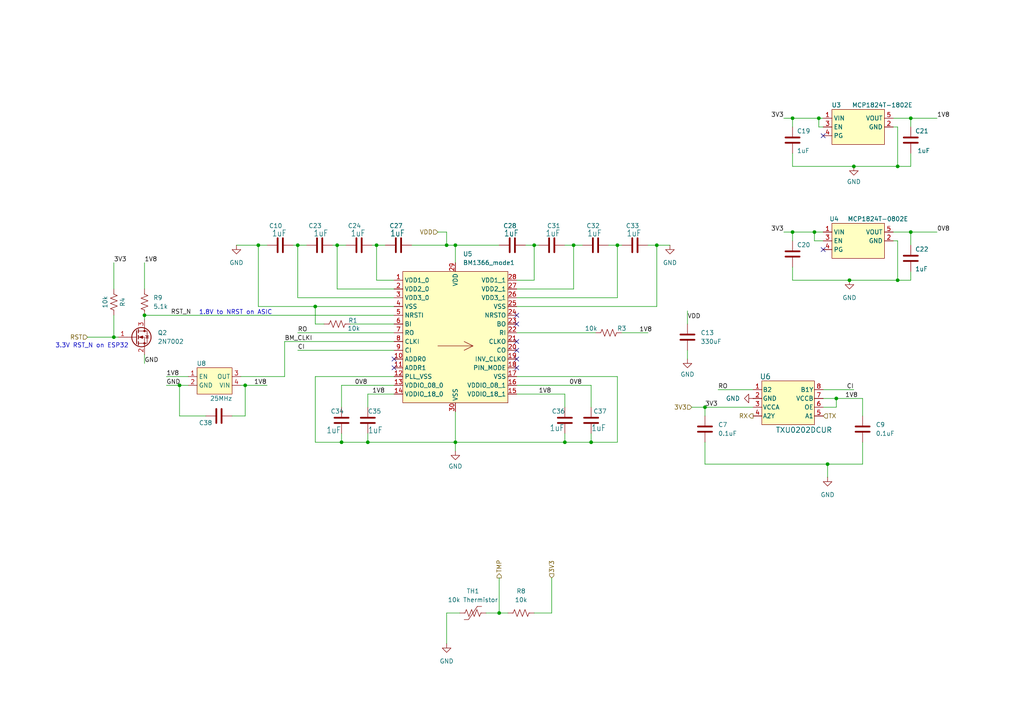
<source format=kicad_sch>
(kicad_sch (version 20231120) (generator "eeschema") (generator_version "8.0")
  (paper "A4")
  (title_block (title "NerdNOS") (date "2024-04-05") (rev "1"))
  (lib_symbols
    (symbol "Device:C" (pin_numbers hide) (pin_names (offset 0.254))
      (property "Reference" "C" (at 0.635 2.54 0))
      (property "Value" "C" (at 0.635 -2.54 0))
      (symbol "C_0_1"
        (polyline (pts (xy -2.032 -0.762) (xy 2.032 -0.762)) (stroke (width 0.508)))
        (polyline (pts (xy -2.032 0.762) (xy 2.032 0.762)) (stroke (width 0.508)))
      )
      (symbol "C_1_1"
        (pin passive line (at 0 3.81 270) (length 2.794) (name "~") (number "1"))
        (pin passive line (at 0 -3.81 90) (length 2.794) (name "~") (number "2"))
      )
    )
    (symbol "Device:R_US" (pin_numbers hide) (pin_names (offset 0))
      (property "Reference" "R" (at 2.54 0 90))
      (property "Value" "R_US" (at -2.54 0 90))
      (symbol "R_US_0_1"
        (polyline (pts (xy 0 -2.286) (xy 0 -2.54)))
        (polyline (pts (xy 0 2.286) (xy 0 2.54)))
        (polyline (pts (xy 0 -0.762) (xy 1.016 -1.143) (xy 0 -1.524) (xy -1.016 -1.905) (xy 0 -2.286)))
        (polyline (pts (xy 0 0.762) (xy 1.016 0.381) (xy 0 0) (xy -1.016 -0.381) (xy 0 -0.762)))
        (polyline (pts (xy 0 2.286) (xy 1.016 1.905) (xy 0 1.524) (xy -1.016 1.143) (xy 0 0.762)))
      )
      (symbol "R_US_1_1"
        (pin passive line (at 0 3.81 270) (length 1.27) (name "~") (number "1"))
        (pin passive line (at 0 -3.81 90) (length 1.27) (name "~") (number "2"))
      )
    )
    (symbol "Device:Thermistor_US" (pin_numbers hide) (pin_names (offset 0))
      (property "Reference" "TH" (at 2.54 1.27 90))
      (property "Value" "Thermistor_US" (at -2.54 0 90))
      (symbol "Thermistor_US_0_1"
        (polyline (pts (xy 0 -2.286) (xy 0 -2.54)))
        (polyline (pts (xy 0 2.286) (xy 0 2.54)))
        (polyline (pts (xy 1.905 -1.27) (xy 1.905 -2.54)))
        (polyline (pts (xy -1.905 2.54) (xy -1.905 1.27) (xy 1.905 -1.27)))
        (polyline (pts (xy 0 -0.762) (xy 1.016 -1.143) (xy 0 -1.524) (xy -1.016 -1.905) (xy 0 -2.286)))
        (polyline (pts (xy 0 0.762) (xy 1.016 0.381) (xy 0 0) (xy -1.016 -0.381) (xy 0 -0.762)))
        (polyline (pts (xy 0 2.286) (xy 1.016 1.905) (xy 0 1.524) (xy -1.016 1.143) (xy 0 0.762)))
      )
      (symbol "Thermistor_US_1_1"
        (pin passive line (at 0 3.81 270) (length 1.27) (name "~") (number "1"))
        (pin passive line (at 0 -3.81 90) (length 1.27) (name "~") (number "2"))
      )
    )
    (symbol "GND_1" (power) (pin_numbers hide) (pin_names (offset 0) hide)
      (property "Value" "GND" (at 0 -3.81 0))
      (symbol "GND_1_0_1"
        (polyline (pts (xy 0 0) (xy 0 -1.27) (xy 1.27 -1.27) (xy 0 -2.54) (xy -1.27 -1.27) (xy 0 -1.27)))
      )
      (symbol "GND_1_1_1"
        (pin power_in line (at 0 0 270) (length 0) (name "~") (number "1"))
      )
    )
    (symbol "GND_2" (power) (pin_numbers hide) (pin_names (offset 0) hide)
      (property "Value" "GND" (at 0 -3.81 0))
      (symbol "GND_2_0_1"
        (polyline (pts (xy 0 0) (xy 0 -1.27) (xy 1.27 -1.27) (xy 0 -2.54) (xy -1.27 -1.27) (xy 0 -1.27)))
      )
      (symbol "GND_2_1_1"
        (pin power_in line (at 0 0 270) (length 0) (name "~") (number "1"))
      )
    )
    (symbol "GND_4" (power) (pin_numbers hide) (pin_names (offset 0) hide)
      (property "Value" "GND" (at 0 -3.81 0))
      (symbol "GND_4_0_1"
        (polyline (pts (xy 0 0) (xy 0 -1.27) (xy 1.27 -1.27) (xy 0 -2.54) (xy -1.27 -1.27) (xy 0 -1.27)))
      )
      (symbol "GND_4_1_1"
        (pin power_in line (at 0 0 270) (length 0) (name "~") (number "1"))
      )
    )
    (symbol "GND_5" (power) (pin_numbers hide) (pin_names (offset 0) hide)
      (property "Value" "GND" (at 0 -3.81 0))
      (symbol "GND_5_0_1"
        (polyline (pts (xy 0 0) (xy 0 -1.27) (xy 1.27 -1.27) (xy 0 -2.54) (xy -1.27 -1.27) (xy 0 -1.27)))
      )
      (symbol "GND_5_1_1"
        (pin power_in line (at 0 0 270) (length 0) (name "~") (number "1"))
      )
    )
    (symbol "GND_6" (power) (pin_numbers hide) (pin_names (offset 0) hide)
      (property "Value" "GND" (at 0 -3.81 0))
      (symbol "GND_6_0_1"
        (polyline (pts (xy 0 0) (xy 0 -1.27) (xy 1.27 -1.27) (xy 0 -2.54) (xy -1.27 -1.27) (xy 0 -1.27)))
      )
      (symbol "GND_6_1_1"
        (pin power_in line (at 0 0 270) (length 0) (name "~") (number "1"))
      )
    )
    (symbol "GND_7" (power) (pin_numbers hide) (pin_names (offset 0) hide)
      (property "Value" "GND" (at 0 -3.81 0))
      (symbol "GND_7_0_1"
        (polyline (pts (xy 0 0) (xy 0 -1.27) (xy 1.27 -1.27) (xy 0 -2.54) (xy -1.27 -1.27) (xy 0 -1.27)))
      )
      (symbol "GND_7_1_1"
        (pin power_in line (at 0 0 270) (length 0) (name "~") (number "1"))
      )
    )
    (symbol "Transistor_FET:2N7002" (pin_names hide)
      (property "Reference" "Q" (at 5.08 1.905 0))
      (property "Value" "2N7002" (at 5.08 0 0))
      (symbol "2N7002_0_1"
        (polyline (pts (xy 0.254 0) (xy -2.54 0)))
        (polyline (pts (xy 0.254 1.905) (xy 0.254 -1.905)) (stroke (width 0.254)))
        (polyline (pts (xy 0.762 -1.27) (xy 0.762 -2.286)) (stroke (width 0.254)))
        (polyline (pts (xy 0.762 0.508) (xy 0.762 -0.508)) (stroke (width 0.254)))
        (polyline (pts (xy 0.762 2.286) (xy 0.762 1.27)) (stroke (width 0.254)))
        (polyline (pts (xy 2.54 2.54) (xy 2.54 1.778)))
        (polyline (pts (xy 2.54 -2.54) (xy 2.54 0) (xy 0.762 0)))
        (polyline (pts (xy 0.762 -1.778) (xy 3.302 -1.778) (xy 3.302 1.778) (xy 0.762 1.778)))
        (polyline (pts (xy 1.016 0) (xy 2.032 0.381) (xy 2.032 -0.381) (xy 1.016 0)) (fill (type outline)))
        (polyline (pts (xy 2.794 0.508) (xy 2.921 0.381) (xy 3.683 0.381) (xy 3.81 0.254)))
        (polyline (pts (xy 3.302 0.381) (xy 2.921 -0.254) (xy 3.683 -0.254) (xy 3.302 0.381)))
        (circle (center 1.651 0) (radius 2.794) (stroke (width 0.254)))
        (circle (center 2.54 -1.778) (radius 0.254) (fill (type outline)))
        (circle (center 2.54 1.778) (radius 0.254) (fill (type outline)))
      )
      (symbol "2N7002_1_1"
        (pin input line (at -5.08 0 0) (length 2.54) (name "G") (number "1"))
        (pin passive line (at 2.54 -5.08 90) (length 2.54) (name "S") (number "2"))
        (pin passive line (at 2.54 5.08 270) (length 2.54) (name "D") (number "3"))
      )
    )
    (symbol "bitaxe:BM1366_mode1"
      (property "Reference" "U14" (at 1.9559 24.13 0))
      (property "Value" "BM1366_mode1" (at 1.9559 21.59 0))
      (symbol "BM1366_mode1_0_1"
        (rectangle (start -15.24 20.32) (end 15.24 -17.78) (fill (type background)))
        (polyline (pts (xy 5.08 -1.27) (xy -5.08 -1.27)))
        (polyline (pts (xy 5.08 -1.27) (xy 2.54 -2.54)))
        (polyline (pts (xy 5.08 -1.27) (xy 2.54 0)))
      )
      (symbol "BM1366_mode1_1_1"
        (pin power_in line (at -17.78 17.78 0) (length 2.54) (name "VDD1_0") (number "1"))
        (pin input line (at -17.78 -5.08 0) (length 2.54) (name "ADDR0") (number "10"))
        (pin input line (at -17.78 -7.62 0) (length 2.54) (name "ADDR1") (number "11"))
        (pin power_in line (at -17.78 -10.16 0) (length 2.54) (name "PLL_VSS") (number "12"))
        (pin power_in line (at -17.78 -12.7 0) (length 2.54) (name "VDDIO_08_0") (number "13"))
        (pin power_in line (at -17.78 -15.24 0) (length 2.54) (name "VDDIO_18_0") (number "14"))
        (pin power_in line (at 17.78 -15.24 180) (length 2.54) (name "VDDIO_18_1") (number "15"))
        (pin power_in line (at 17.78 -12.7 180) (length 2.54) (name "VDDIO_08_1") (number "16"))
        (pin power_in line (at 17.78 -10.16 180) (length 2.54) (name "VSS") (number "17"))
        (pin input line (at 17.78 -7.62 180) (length 2.54) (name "PIN_MODE") (number "18"))
        (pin output line (at 17.78 -5.08 180) (length 2.54) (name "INV_CLKO") (number "19"))
        (pin power_in line (at -17.78 15.24 0) (length 2.54) (name "VDD2_0") (number "2"))
        (pin output line (at 17.78 -2.54 180) (length 2.54) (name "CO") (number "20"))
        (pin output line (at 17.78 0 180) (length 2.54) (name "CLKO") (number "21"))
        (pin input line (at 17.78 2.54 180) (length 2.54) (name "RI") (number "22"))
        (pin output line (at 17.78 5.08 180) (length 2.54) (name "BO") (number "23"))
        (pin output line (at 17.78 7.62 180) (length 2.54) (name "NRSTO") (number "24"))
        (pin power_in line (at 17.78 10.16 180) (length 2.54) (name "VSS") (number "25"))
        (pin power_in line (at 17.78 12.7 180) (length 2.54) (name "VDD3_1") (number "26"))
        (pin power_in line (at 17.78 15.24 180) (length 2.54) (name "VDD2_1") (number "27"))
        (pin power_in line (at 17.78 17.78 180) (length 2.54) (name "VDD1_1") (number "28"))
        (pin power_in line (at 0 22.86 270) (length 2.54) (name "VDD") (number "29"))
        (pin power_in line (at -17.78 12.7 0) (length 2.54) (name "VDD3_0") (number "3"))
        (pin power_in line (at 0 -20.32 90) (length 2.54) (name "VSS") (number "30"))
        (pin power_in line (at -17.78 10.16 0) (length 2.54) (name "VSS") (number "4"))
        (pin input line (at -17.78 7.62 0) (length 2.54) (name "NRSTI") (number "5"))
        (pin input line (at -17.78 5.08 0) (length 2.54) (name "BI") (number "6"))
        (pin output line (at -17.78 2.54 0) (length 2.54) (name "RO") (number "7"))
        (pin input line (at -17.78 0 0) (length 2.54) (name "CLKI") (number "8"))
        (pin input line (at -17.78 -2.54 0) (length 2.54) (name "CI") (number "9"))
      )
    )
    (symbol "bitaxe:MCP1824"
      (property "Reference" "U" (at -7.62 5.08 0))
      (property "Value" "MCP1824" (at 5.08 5.08 0))
      (symbol "MCP1824_0_1"
        (rectangle (start -7.62 3.81) (end 7.62 -6.35) (stroke (width 0.1524)) (fill (type background)))
      )
      (symbol "MCP1824_1_0"
        (pin bidirectional line (at -10.16 1.27 0) (length 2.54) (name "VIN") (number "1"))
        (pin bidirectional line (at 10.16 -1.27 180) (length 2.54) (name "GND") (number "2"))
        (pin bidirectional line (at -10.16 -1.27 0) (length 2.54) (name "EN") (number "3"))
        (pin bidirectional line (at -10.16 -3.81 0) (length 2.54) (name "PG") (number "4"))
        (pin power_out line (at 10.16 1.27 180) (length 2.54) (name "VOUT") (number "5"))
      )
    )
    (symbol "bitaxe:TXU0202DCUR" (pin_names (offset 0.254))
      (property "Reference" "U6" (at -6.604 7.62 0))
      (property "Value" "TXU0202DCUR" (at 7.62 -8.128 0))
      (symbol "TXU0202DCUR_0_1"
        (pin power_out line (at -10.16 1.27 0) (length 2.54) (name "GND") (number "2"))
        (pin power_in line (at -10.16 -1.27 0) (length 2.54) (name "VCCA") (number "3"))
        (pin output line (at -10.16 -3.81 0) (length 2.54) (name "A2Y") (number "4"))
        (pin input line (at 10.16 -3.81 180) (length 2.54) (name "A1") (number "5"))
        (pin input line (at 10.16 -1.27 180) (length 2.54) (name "OE") (number "6"))
        (pin power_in line (at 10.16 1.27 180) (length 2.54) (name "VCCB") (number "7"))
        (pin output line (at 10.16 3.81 180) (length 2.54) (name "B1Y") (number "8"))
      )
      (symbol "TXU0202DCUR_1_1"
        (rectangle (start -7.62 6.35) (end 7.62 -6.35) (fill (type background)))
        (pin input line (at -10.16 3.81 0) (length 2.54) (name "B2") (number "1"))
      )
    )
    (symbol "bitaxe:oscillator"
      (property "Reference" "U" (at -3.81 5.08 0))
      (property "Value" "oscillator" (at 0 -5.08 0))
      (symbol "oscillator_0_1"
        (rectangle (start -5.08 3.81) (end 5.08 -3.81) (stroke (width 0.1524)) (fill (type background)))
      )
      (symbol "oscillator_1_0"
        (pin input line (at -7.62 1.27 0) (length 2.54) (name "EN") (number "1"))
        (pin bidirectional line (at -7.62 -1.27 0) (length 2.54) (name "GND") (number "2"))
        (pin bidirectional line (at 7.62 1.27 180) (length 2.54) (name "OUT") (number "3"))
        (pin power_in line (at 7.62 -1.27 180) (length 2.54) (name "VIN") (number "4"))
      )
    )
    (symbol "power:GND" (power) (pin_names (offset 0))
      (property "Value" "GND" (at 0 -3.81 0))
      (symbol "GND_0_1"
        (polyline (pts (xy 0 0) (xy 0 -1.27) (xy 1.27 -1.27) (xy 0 -2.54) (xy -1.27 -1.27) (xy 0 -1.27)))
      )
      (symbol "GND_1_1"
        (pin power_in line (at 0 0 270) (length 0) hide (name "GND") (number "1"))
      )
    )
  )
  (junction (at 71.12 111.76))
  (junction (at 106.68 128.27))
  (junction (at 154.94 71.12))
  (junction (at 240.03 134.62))
  (junction (at 163.83 128.27))
  (junction (at 260.35 48.26) (diameter 0.9144))
  (junction (at 86.36 71.12))
  (junction (at 229.87 67.31) (diameter 0.9144))
  (junction (at 242.57 115.57))
  (junction (at 237.49 34.29))
  (junction (at 229.87 34.29) (diameter 0.9144))
  (junction (at 166.37 71.12))
  (junction (at 132.08 128.27))
  (junction (at 41.91 91.44))
  (junction (at 99.06 128.27))
  (junction (at 204.47 118.11))
  (junction (at 52.07 111.76))
  (junction (at 74.93 71.12))
  (junction (at 179.07 71.12))
  (junction (at 236.22 67.31))
  (junction (at 247.65 48.26))
  (junction (at 264.16 67.31) (diameter 0.9144))
  (junction (at 33.02 97.79))
  (junction (at 144.78 177.8))
  (junction (at 91.44 88.9))
  (junction (at 129.54 71.12))
  (junction (at 132.08 71.12))
  (junction (at 171.45 128.27))
  (junction (at 264.16 34.29) (diameter 0.9144))
  (junction (at 190.5 71.12))
  (junction (at 246.38 81.28))
  (junction (at 97.79 71.12))
  (junction (at 109.22 71.12))
  (junction (at 260.35 81.28) (diameter 0.9144))
  (no_connect (at 149.86 91.44))
  (no_connect (at 149.86 101.6))
  (no_connect (at 114.3 106.68))
  (no_connect (at 114.3 104.14))
  (no_connect (at 238.76 39.37))
  (no_connect (at 149.86 93.98))
  (no_connect (at 149.86 106.68))
  (no_connect (at 149.86 99.06))
  (no_connect (at 149.86 104.14))
  (no_connect (at 238.76 72.39))
  (wire (pts (xy 86.36 96.52) (xy 114.3 96.52)))
  (wire (pts (xy 171.45 111.76) (xy 171.45 118.11)))
  (wire (pts (xy 109.22 71.12) (xy 111.76 71.12)))
  (wire (pts (xy 85.09 71.12) (xy 86.36 71.12)))
  (wire (pts (xy 240.03 134.62) (xy 250.19 134.62)))
  (wire (pts (xy 176.53 71.12) (xy 179.07 71.12)))
  (wire (pts (xy 149.86 81.28) (xy 154.94 81.28)))
  (wire (pts (xy 67.31 120.65) (xy 71.12 120.65)))
  (wire (pts (xy 199.39 101.6) (xy 199.39 104.14)))
  (wire (pts (xy 140.97 177.8) (xy 144.78 177.8)))
  (wire (pts (xy 25.4 97.79) (xy 33.02 97.79)))
  (wire (pts (xy 52.07 111.76) (xy 54.61 111.76)))
  (wire (pts (xy 99.06 111.76) (xy 99.06 118.11)))
  (wire (pts (xy 236.22 69.85) (xy 238.76 69.85)))
  (wire (pts (xy 86.36 101.6) (xy 114.3 101.6)))
  (wire (pts (xy 260.35 81.28) (xy 246.38 81.28)))
  (wire (pts (xy 166.37 71.12) (xy 168.91 71.12)))
  (wire (pts (xy 97.79 71.12) (xy 100.33 71.12)))
  (wire (pts (xy 238.76 118.11) (xy 242.57 118.11)))
  (wire (pts (xy 149.86 96.52) (xy 172.72 96.52)))
  (wire (pts (xy 114.3 114.3) (xy 106.68 114.3)))
  (wire (pts (xy 264.16 34.29) (xy 271.78 34.29)))
  (wire (pts (xy 260.35 69.85) (xy 259.08 69.85)))
  (wire (pts (xy 229.87 48.26) (xy 247.65 48.26)))
  (wire (pts (xy 179.07 128.27) (xy 171.45 128.27)))
  (wire (pts (xy 264.16 44.45) (xy 264.16 48.26)))
  (wire (pts (xy 41.91 102.87) (xy 41.91 105.41)))
  (wire (pts (xy 236.22 69.85) (xy 236.22 67.31)))
  (wire (pts (xy 74.93 88.9) (xy 91.44 88.9)))
  (wire (pts (xy 227.33 67.31) (xy 229.87 67.31)))
  (wire (pts (xy 238.76 115.57) (xy 242.57 115.57)))
  (wire (pts (xy 229.87 44.45) (xy 229.87 48.26)))
  (wire (pts (xy 96.52 71.12) (xy 97.79 71.12)))
  (wire (pts (xy 91.44 93.98) (xy 91.44 88.9)))
  (wire (pts (xy 238.76 113.03) (xy 247.65 113.03)))
  (wire (pts (xy 132.08 128.27) (xy 163.83 128.27)))
  (wire (pts (xy 91.44 128.27) (xy 99.06 128.27)))
  (wire (pts (xy 41.91 91.44) (xy 114.3 91.44)))
  (wire (pts (xy 229.87 34.29) (xy 229.87 36.83)))
  (wire (pts (xy 236.22 67.31) (xy 238.76 67.31)))
  (wire (pts (xy 129.54 177.8) (xy 129.54 186.69)))
  (wire (pts (xy 250.19 134.62) (xy 250.19 128.27)))
  (wire (pts (xy 48.26 109.22) (xy 54.61 109.22)))
  (wire (pts (xy 237.49 36.83) (xy 237.49 34.29)))
  (wire (pts (xy 242.57 115.57) (xy 250.19 115.57)))
  (wire (pts (xy 48.26 111.76) (xy 52.07 111.76)))
  (wire (pts (xy 229.87 34.29) (xy 237.49 34.29)))
  (wire (pts (xy 163.83 128.27) (xy 163.83 125.73)))
  (wire (pts (xy 149.86 83.82) (xy 166.37 83.82)))
  (wire (pts (xy 149.86 109.22) (xy 179.07 109.22)))
  (wire (pts (xy 149.86 88.9) (xy 190.5 88.9)))
  (wire (pts (xy 114.3 81.28) (xy 109.22 81.28)))
  (wire (pts (xy 204.47 134.62) (xy 204.47 128.27)))
  (wire (pts (xy 74.93 88.9) (xy 74.93 71.12)))
  (wire (pts (xy 179.07 71.12) (xy 180.34 71.12)))
  (wire (pts (xy 129.54 71.12) (xy 132.08 71.12)))
  (wire (pts (xy 144.78 167.64) (xy 144.78 177.8)))
  (wire (pts (xy 259.08 67.31) (xy 264.16 67.31)))
  (wire (pts (xy 229.87 67.31) (xy 229.87 69.85)))
  (wire (pts (xy 33.02 97.79) (xy 34.29 97.79)))
  (wire (pts (xy 163.83 71.12) (xy 166.37 71.12)))
  (wire (pts (xy 208.28 113.03) (xy 218.44 113.03)))
  (wire (pts (xy 132.08 71.12) (xy 132.08 76.2)))
  (wire (pts (xy 41.91 76.2) (xy 41.91 83.82)))
  (wire (pts (xy 69.85 109.22) (xy 82.55 109.22)))
  (wire (pts (xy 259.08 34.29) (xy 264.16 34.29)))
  (wire (pts (xy 204.47 118.11) (xy 218.44 118.11)))
  (wire (pts (xy 179.07 86.36) (xy 179.07 71.12)))
  (wire (pts (xy 33.02 91.44) (xy 33.02 97.79)))
  (wire (pts (xy 99.06 128.27) (xy 99.06 125.73)))
  (wire (pts (xy 119.38 71.12) (xy 129.54 71.12)))
  (wire (pts (xy 149.86 111.76) (xy 171.45 111.76)))
  (wire (pts (xy 190.5 71.12) (xy 194.31 71.12)))
  (wire (pts (xy 154.94 71.12) (xy 156.21 71.12)))
  (wire (pts (xy 86.36 86.36) (xy 86.36 71.12)))
  (wire (pts (xy 149.86 114.3) (xy 163.83 114.3)))
  (wire (pts (xy 190.5 88.9) (xy 190.5 71.12)))
  (wire (pts (xy 86.36 71.12) (xy 88.9 71.12)))
  (wire (pts (xy 242.57 118.11) (xy 242.57 115.57)))
  (wire (pts (xy 200.66 118.11) (xy 204.47 118.11)))
  (wire (pts (xy 199.39 93.98) (xy 199.39 90.17)))
  (wire (pts (xy 187.96 71.12) (xy 190.5 71.12)))
  (wire (pts (xy 250.19 115.57) (xy 250.19 120.65)))
  (wire (pts (xy 33.02 76.2) (xy 33.02 83.82)))
  (wire (pts (xy 59.69 120.65) (xy 52.07 120.65)))
  (wire (pts (xy 166.37 83.82) (xy 166.37 71.12)))
  (wire (pts (xy 114.3 83.82) (xy 97.79 83.82)))
  (wire (pts (xy 41.91 91.44) (xy 41.91 92.71)))
  (wire (pts (xy 93.98 93.98) (xy 91.44 93.98)))
  (wire (pts (xy 264.16 48.26) (xy 260.35 48.26)))
  (wire (pts (xy 237.49 34.29) (xy 238.76 34.29)))
  (wire (pts (xy 127 67.31) (xy 129.54 67.31)))
  (wire (pts (xy 264.16 67.31) (xy 264.16 71.12)))
  (wire (pts (xy 204.47 134.62) (xy 240.03 134.62)))
  (wire (pts (xy 171.45 128.27) (xy 171.45 125.73)))
  (wire (pts (xy 82.55 99.06) (xy 82.55 109.22)))
  (wire (pts (xy 260.35 36.83) (xy 260.35 48.26)))
  (wire (pts (xy 152.4 71.12) (xy 154.94 71.12)))
  (wire (pts (xy 229.87 67.31) (xy 236.22 67.31)))
  (wire (pts (xy 91.44 88.9) (xy 114.3 88.9)))
  (wire (pts (xy 154.94 81.28) (xy 154.94 71.12)))
  (wire (pts (xy 132.08 119.38) (xy 132.08 128.27)))
  (wire (pts (xy 260.35 36.83) (xy 259.08 36.83)))
  (wire (pts (xy 264.16 34.29) (xy 264.16 36.83)))
  (wire (pts (xy 114.3 111.76) (xy 99.06 111.76)))
  (wire (pts (xy 204.47 118.11) (xy 204.47 120.65)))
  (wire (pts (xy 149.86 86.36) (xy 179.07 86.36)))
  (wire (pts (xy 260.35 69.85) (xy 260.35 81.28)))
  (wire (pts (xy 227.33 34.29) (xy 229.87 34.29)))
  (wire (pts (xy 101.6 93.98) (xy 114.3 93.98)))
  (wire (pts (xy 68.58 71.12) (xy 74.93 71.12)))
  (wire (pts (xy 247.65 48.26) (xy 260.35 48.26)))
  (wire (pts (xy 163.83 114.3) (xy 163.83 118.11)))
  (wire (pts (xy 264.16 81.28) (xy 260.35 81.28)))
  (wire (pts (xy 163.83 128.27) (xy 171.45 128.27)))
  (wire (pts (xy 132.08 128.27) (xy 106.68 128.27)))
  (wire (pts (xy 229.87 77.47) (xy 229.87 81.28)))
  (wire (pts (xy 71.12 120.65) (xy 71.12 111.76)))
  (wire (pts (xy 132.08 71.12) (xy 144.78 71.12)))
  (wire (pts (xy 109.22 81.28) (xy 109.22 71.12)))
  (wire (pts (xy 264.16 78.74) (xy 264.16 81.28)))
  (wire (pts (xy 97.79 83.82) (xy 97.79 71.12)))
  (wire (pts (xy 264.16 67.31) (xy 271.78 67.31)))
  (wire (pts (xy 179.07 109.22) (xy 179.07 128.27)))
  (wire (pts (xy 237.49 36.83) (xy 238.76 36.83)))
  (wire (pts (xy 240.03 134.62) (xy 240.03 138.43)))
  (wire (pts (xy 154.94 177.8) (xy 160.02 177.8)))
  (wire (pts (xy 246.38 81.28) (xy 229.87 81.28)))
  (wire (pts (xy 106.68 128.27) (xy 99.06 128.27)))
  (wire (pts (xy 91.44 109.22) (xy 91.44 128.27)))
  (wire (pts (xy 74.93 71.12) (xy 77.47 71.12)))
  (wire (pts (xy 107.95 71.12) (xy 109.22 71.12)))
  (wire (pts (xy 106.68 114.3) (xy 106.68 118.11)))
  (wire (pts (xy 69.85 111.76) (xy 71.12 111.76)))
  (wire (pts (xy 114.3 109.22) (xy 91.44 109.22)))
  (wire (pts (xy 82.55 99.06) (xy 114.3 99.06)))
  (wire (pts (xy 133.35 177.8) (xy 129.54 177.8)))
  (wire (pts (xy 144.78 177.8) (xy 147.32 177.8)))
  (wire (pts (xy 114.3 86.36) (xy 86.36 86.36)))
  (wire (pts (xy 52.07 120.65) (xy 52.07 111.76)))
  (wire (pts (xy 106.68 128.27) (xy 106.68 125.73)))
  (wire (pts (xy 71.12 111.76) (xy 77.47 111.76)))
  (wire (pts (xy 132.08 128.27) (xy 132.08 130.81)))
  (wire (pts (xy 160.02 177.8) (xy 160.02 167.64)))
  (wire (pts (xy 129.54 67.31) (xy 129.54 71.12)))
  (wire (pts (xy 180.34 96.52) (xy 187.96 96.52)))
  (text "1.8V to NRST on ASIC" (at 68.326 90.678 0) (effects (font (size 1.27 1.27))))
  (text "3.3V RST_N on ESP32" (at 26.67 100.33 0) (effects (font (size 1.27 1.27))))
  (label "1V8" (at 41.91 76.2 0))
  (label "GND" (at 48.26 111.76 0))
  (label "3V3" (at 33.02 76.2 0))
  (label "RST_N" (at 49.53 91.44 0))
  (label "3V3" (at 204.47 118.11 0))
  (label "CI" (at 86.36 101.6 0))
  (label "CI" (at 247.65 113.03 180))
  (label "0V8" (at 102.87 111.76 0))
  (label "0V8" (at 271.78 67.31 0))
  (label "BM_CLKI" (at 82.55 99.06 0))
  (label "3V3" (at 227.33 67.31 180))
  (label "1V8" (at 73.66 111.76 0))
  (label "1V8" (at 245.11 115.57 0))
  (label "1V8" (at 107.95 114.3 0))
  (label "3V3" (at 227.33 34.29 180))
  (label "RO" (at 86.36 96.52 0))
  (label "1V8" (at 156.21 114.3 0))
  (label "GND" (at 41.91 105.41 0))
  (label "1V8" (at 48.26 109.22 0))
  (label "1V8" (at 185.42 96.52 0))
  (label "RO" (at 208.28 113.03 0))
  (label "0V8" (at 165.1 111.76 0))
  (label "1V8" (at 271.78 34.29 0))
  (label "VDD" (at 199.39 92.71 0))
  (hierarchical_label "TX" (shape input) (at 238.76 120.65 0))
  (hierarchical_label "3V3" (shape input) (at 200.66 118.11 180))
  (hierarchical_label "TMP" (shape output) (at 144.78 167.64 90))
  (hierarchical_label "3V3" (shape input) (at 160.02 167.64 90))
  (hierarchical_label "RX" (shape output) (at 218.44 120.65 180))
  (hierarchical_label "RST" (shape input) (at 25.4 97.79 180))
  (hierarchical_label "VDD" (shape input) (at 127 67.31 180))
  (symbol (lib_id "Device:C") (at 104.14 71.12 90) (unit 1)
    (property "Reference" "C24" (at 104.775 64.77 90) (effects (justify left bottom)))
    (property "Value" "1uF" (at 106.045 66.675 90) (effects (font (size 1.778 1.5113)) (justify left bottom)))
    (property "Footprint" "Capacitor_SMD:C_0402_1005Metric" (effects (hide yes)))
    (property "DK" "587-5514-1-ND" (effects (hide yes)))
    (property "PARTNO" "EMK105BJ105MV-F" (effects (hide yes)))
  )
  (symbol (lib_id "bitaxe:oscillator") (at 62.23 110.49 0) (unit 1)
    (property "Reference" "U8" (at 58.42 105.41 0))
    (property "Value" "25MHz" (at 64.135 115.57 0))
    (property "Footprint" "bitaxe:O 25,0-JO32-B-1V3-1-T1-LF" (effects (hide yes)))
    (property "Datasheet" "https://www.jauch.com/downloadfile/5ef1edcfb8e2f73163c8ce8009ef659d1/jo32-1.8-3.3v.pdf" (effects (hide yes)))
    (property "DK" "1908-O250-JO32-B-1V3-1-T1-LFCT-ND" (effects (hide yes)))
    (property "PARTNO" "O 25,0-JO32-B-1V3-1-T1-LF" (effects (hide yes)))
  )
  (symbol (lib_id "Device:R_US") (at 97.79 93.98 90) (unit 1)
    (property "Reference" "R1" (at 102.362 92.964 90))
    (property "Value" "10k" (at 102.616 95.25 90))
    (property "Footprint" "PCM_Resistor_SMD_AKL:R_0402_1005Metric" (effects (hide yes)))
    (property "Description" "Resistor, US symbol" (effects (hide yes)))
  )
  (symbol (lib_id "Device:Thermistor_US") (at 137.16 177.8 90) (unit 1)
    (property "Reference" "TH1" (at 137.16 171.45 90))
    (property "Value" "10k Thermistor" (at 137.16 173.99 90))
    (property "Footprint" "Resistor_SMD:R_0402_1005Metric" (effects (hide yes)))
    (property "Description" "Thermistor, temperature dependent resistor, US symbol" (effects (hide yes)))
    (property "PARTNO" "NTCG103JF103FT1" (effects (hide yes)))
    (property "DK" "445-2550-2-ND" (effects (hide yes)))
  )
  (symbol (lib_id "power:GND") (at 247.65 48.26 0) (mirror y) (unit 1)
    (property "Reference" "#PWR012" (effects (hide yes)))
    (property "Value" "GND" (at 247.65 52.705 0))
  )
  (symbol (lib_id "Device:R_US") (at 41.91 87.63 180) (unit 1)
    (property "Reference" "R9" (at 44.45 86.3599 0) (effects (justify right)))
    (property "Value" "5.1k" (at 44.45 88.8999 0) (effects (justify right)))
    (property "Footprint" "Resistor_SMD:R_0402_1005Metric" (effects (hide yes)))
    (property "Description" "Resistor, US symbol" (effects (hide yes)))
    (property "DK" "RMCF0402JT5K10CT-ND" (effects (hide yes)))
    (property "PARTNO" "ERJ-2RKF2491X" (effects (hide yes)))
  )
  (symbol (lib_id "Device:R_US") (at 176.53 96.52 90) (unit 1)
    (property "Reference" "R3" (at 180.34 95.25 90))
    (property "Value" "10k" (at 171.45 95.25 90))
    (property "Footprint" "Resistor_SMD:R_0402_1005Metric" (effects (hide yes)))
    (property "DK" "311-10KJRCT-ND" (effects (hide yes)))
    (property "PARTNO" "RC0402JR-0710KL" (effects (hide yes)))
  )
  (symbol (lib_id "bitaxe:BM1366_mode1") (at 132.08 99.06 0) (unit 1)
    (property "Reference" "U5" (at 134.2741 73.66 0) (effects (justify left)))
    (property "Value" "BM1366_mode1" (at 134.2741 76.2 0) (effects (justify left)))
    (property "Footprint" "bitaxe:BM1366" (effects (hide yes)))
  )
  (symbol (lib_id "Device:C") (at 264.16 74.93 0) (unit 1)
    (property "Reference" "C22" (at 265.43 73.025 0) (effects (justify left bottom)))
    (property "Value" "1uF" (at 265.43 78.74 0) (effects (justify left bottom)))
    (property "Footprint" "Capacitor_SMD:C_0402_1005Metric" (effects (hide yes)))
    (property "DK" "587-5514-1-ND" (effects (hide yes)))
    (property "PARTNO" "EMK105BJ105MV-F" (effects (hide yes)))
  )
  (symbol (lib_id "Device:C") (at 172.72 71.12 90) (unit 1)
    (property "Reference" "C32" (at 173.99 64.77 90) (effects (justify left bottom)))
    (property "Value" "1uF" (at 174.625 66.675 90) (effects (font (size 1.778 1.5113)) (justify left bottom)))
    (property "Footprint" "Capacitor_SMD:C_0402_1005Metric" (effects (hide yes)))
    (property "DK" "587-5514-1-ND" (effects (hide yes)))
    (property "PARTNO" "EMK105BJ105MV-F" (effects (hide yes)))
  )
  (symbol (lib_id "power:GND") (at 132.08 130.81 0) (mirror y) (unit 1)
    (property "Reference" "#PWR016" (effects (hide yes)))
    (property "Value" "GND" (at 132.08 135.255 0))
  )
  (symbol (lib_id "Device:C") (at 229.87 40.64 0) (unit 1)
    (property "Reference" "C19" (at 231.14 38.735 0) (effects (justify left bottom)))
    (property "Value" "1uF" (at 231.14 44.45 0) (effects (justify left bottom)))
    (property "Footprint" "Capacitor_SMD:C_0402_1005Metric" (effects (hide yes)))
    (property "DK" "587-5514-1-ND" (effects (hide yes)))
    (property "PARTNO" "EMK105BJ105MV-F" (effects (hide yes)))
  )
  (symbol (lib_id "Device:C") (at 148.59 71.12 90) (unit 1)
    (property "Reference" "C28" (at 149.86 64.77 90) (effects (justify left bottom)))
    (property "Value" "1uF" (at 150.495 66.675 90) (effects (font (size 1.778 1.5113)) (justify left bottom)))
    (property "Footprint" "Capacitor_SMD:C_0402_1005Metric" (effects (hide yes)))
    (property "DK" "587-5514-1-ND" (effects (hide yes)))
    (property "PARTNO" "EMK105BJ105MV-F" (effects (hide yes)))
  )
  (symbol (lib_id "Device:C") (at 99.06 121.92 0) (unit 1)
    (property "Reference" "C34" (at 95.885 120.015 0) (effects (justify left bottom)))
    (property "Value" "1uF" (at 94.615 125.73 0) (effects (font (size 1.778 1.5113)) (justify left bottom)))
    (property "Footprint" "Capacitor_SMD:C_0402_1005Metric" (effects (hide yes)))
    (property "DK" "587-5514-1-ND" (effects (hide yes)))
    (property "PARTNO" "EMK105BJ105MV-F" (effects (hide yes)))
  )
  (symbol (lib_id "bitaxe:MCP1824") (at 248.92 35.56 0) (unit 1)
    (property "Reference" "U3" (at 242.57 30.48 0))
    (property "Value" "MCP1824T-1802E" (at 255.905 30.48 0))
    (property "Footprint" "Package_TO_SOT_SMD:SOT-23-5" (effects (hide yes)))
    (property "Datasheet" "https://ww1.microchip.com/downloads/en/DeviceDoc/22070a.pdf" (effects (hide yes)))
    (property "PARTNO" "MCP1824T-1802E/OT" (effects (hide yes)))
    (property "DK" "MCP1824T-1802E/OTCT-ND" (effects (hide yes)))
  )
  (symbol (lib_id "Device:C") (at 160.02 71.12 90) (unit 1)
    (property "Reference" "C31" (at 162.56 64.77 90) (effects (justify left bottom)))
    (property "Value" "1uF" (at 162.56 66.675 90) (effects (font (size 1.778 1.5113)) (justify left bottom)))
    (property "Footprint" "Capacitor_SMD:C_0402_1005Metric" (effects (hide yes)))
    (property "DK" "587-5514-1-ND" (effects (hide yes)))
    (property "PARTNO" "EMK105BJ105MV-F" (effects (hide yes)))
  )
  (symbol (lib_name "GND_1") (lib_id "power:GND") (at 68.58 71.12 0) (unit 1)
    (property "Reference" "#PWR09" (effects (hide yes)))
    (property "Value" "GND" (at 68.58 76.2 0))
    (property "Description" "Power symbol creates a global label with name \"GND\" , ground" (effects (hide yes)))
  )
  (symbol (lib_id "Device:C") (at 264.16 40.64 0) (unit 1)
    (property "Reference" "C21" (at 265.43 38.735 0) (effects (justify left bottom)))
    (property "Value" "1uF" (at 266.065 44.45 0) (effects (justify left bottom)))
    (property "Footprint" "Capacitor_SMD:C_0402_1005Metric" (effects (hide yes)))
    (property "DK" "587-5514-1-ND" (effects (hide yes)))
    (property "PARTNO" "EMK105BJ105MV-F" (effects (hide yes)))
  )
  (symbol (lib_id "Device:R_US") (at 33.02 87.63 0) (unit 1)
    (property "Reference" "R4" (at 35.56 87.63 90))
    (property "Value" "10k" (at 30.48 87.63 90))
    (property "Footprint" "Resistor_SMD:R_0402_1005Metric" (effects (hide yes)))
    (property "DK" "311-10KJRCT-ND" (effects (hide yes)))
    (property "PARTNO" "RC0402JR-0710KL" (effects (hide yes)))
  )
  (symbol (lib_id "Device:C") (at 163.83 121.92 0) (unit 1)
    (property "Reference" "C36" (at 160.02 120.015 0) (effects (justify left bottom)))
    (property "Value" "1uF" (at 159.385 125.095 0) (effects (font (size 1.778 1.5113)) (justify left bottom)))
    (property "Footprint" "Capacitor_SMD:C_0402_1005Metric" (effects (hide yes)))
    (property "DK" "587-5514-1-ND" (effects (hide yes)))
    (property "PARTNO" "EMK105BJ105MV-F" (effects (hide yes)))
  )
  (symbol (lib_id "bitaxe:MCP1824") (at 248.92 68.58 0) (unit 1)
    (property "Reference" "U4" (at 241.935 63.5 0))
    (property "Value" "MCP1824T-0802E" (at 254.635 63.5 0))
    (property "Footprint" "Package_TO_SOT_SMD:SOT-23-5" (effects (hide yes)))
    (property "Datasheet" "https://ww1.microchip.com/downloads/en/DeviceDoc/22070a.pdf" (effects (hide yes)))
    (property "PARTNO" "MCP1824T-0802E/OT" (effects (hide yes)))
    (property "DK" "MCP1824T-0802E/OTCT-ND" (effects (hide yes)))
  )
  (symbol (lib_id "Device:C") (at 106.68 121.92 0) (unit 1)
    (property "Reference" "C35" (at 106.68 120.015 0) (effects (justify left bottom)))
    (property "Value" "1uF" (at 106.68 125.73 0) (effects (font (size 1.778 1.5113)) (justify left bottom)))
    (property "Footprint" "Capacitor_SMD:C_0402_1005Metric" (effects (hide yes)))
    (property "DK" "587-5514-1-ND" (effects (hide yes)))
    (property "PARTNO" "EMK105BJ105MV-F" (effects (hide yes)))
  )
  (symbol (lib_id "Device:R_US") (at 151.13 177.8 90) (unit 1)
    (property "Reference" "R8" (at 151.13 171.45 90))
    (property "Value" "10k" (at 151.13 173.99 90))
    (property "Footprint" "Resistor_SMD:R_0402_1005Metric" (effects (hide yes)))
    (property "Description" "Resistor, US symbol" (effects (hide yes)))
    (property "DK" "311-10KJRCT-ND" (effects (hide yes)))
    (property "PARTNO" "RC0402JR-0710KL" (effects (hide yes)))
  )
  (symbol (lib_name "GND_2") (lib_id "power:GND") (at 194.31 71.12 0) (unit 1)
    (property "Reference" "#PWR010" (effects (hide yes)))
    (property "Value" "GND" (at 194.31 76.2 0))
    (property "Description" "Power symbol creates a global label with name \"GND\" , ground" (effects (hide yes)))
  )
  (symbol (lib_id "Device:C") (at 115.57 71.12 90) (unit 1)
    (property "Reference" "C27" (at 116.84 64.77 90) (effects (justify left bottom)))
    (property "Value" "1uF" (at 117.475 66.675 90) (effects (font (size 1.778 1.5113)) (justify left bottom)))
    (property "Footprint" "Capacitor_SMD:C_0402_1005Metric" (effects (hide yes)))
    (property "DK" "587-5514-1-ND" (effects (hide yes)))
    (property "PARTNO" "EMK105BJ105MV-F" (effects (hide yes)))
  )
  (symbol (lib_id "Device:C") (at 63.5 120.65 90) (unit 1)
    (property "Reference" "C38" (at 61.595 121.92 90) (effects (justify left bottom)))
    (property "Value" "0.1uF" (effects (hide yes)))
    (property "Footprint" "Capacitor_SMD:C_0402_1005Metric" (effects (hide yes)))
    (property "DK" "478-KGM05AR71C104KHCT-ND" (effects (hide yes)))
    (property "PARTNO" "KGM05AR71C104KH" (effects (hide yes)))
  )
  (symbol (lib_id "Device:C") (at 229.87 73.66 0) (unit 1)
    (property "Reference" "C20" (at 231.14 71.755 0) (effects (justify left bottom)))
    (property "Value" "0.1uF" (effects (hide yes)))
    (property "Footprint" "Capacitor_SMD:C_0402_1005Metric" (effects (hide yes)))
    (property "DK" "478-KGM05AR71C104KHCT-ND" (effects (hide yes)))
    (property "PARTNO" "KGM05AR71C104KH" (effects (hide yes)))
  )
  (symbol (lib_name "GND_7") (lib_id "power:GND") (at 129.54 186.69 0) (unit 1)
    (property "Reference" "#PWR06" (effects (hide yes)))
    (property "Value" "GND" (at 129.54 191.77 0))
    (property "Description" "Power symbol creates a global label with name \"GND\" , ground" (effects (hide yes)))
  )
  (symbol (lib_id "bitaxe:TXU0202DCUR") (at 228.6 116.84 0) (unit 1)
    (property "Reference" "U6" (at 221.996 109.22 0) (effects (font (size 1.524 1.524))))
    (property "Value" "TXU0202DCUR" (at 233.172 124.714 0) (effects (font (size 1.524 1.524))))
    (property "Footprint" "bitaxe:SO8_DCU_TEX" (effects (hide yes)))
    (property "Datasheet" "TXU0202DCUR" (effects (hide yes)))
    (property "Description" "https://www.ti.com/lit/ds/symlink/txu0202.pdf" (effects (hide yes)))
    (property "DK" "296-TXU0202DCURCT-ND" (effects (hide yes)))
    (property "PARTNO" "TXU0202DCUR" (effects (hide yes)))
  )
  (symbol (lib_id "Device:C") (at 92.71 71.12 90) (unit 1)
    (property "Reference" "C23" (at 93.345 64.77 90) (effects (justify left bottom)))
    (property "Value" "1uF" (at 95.25 66.675 90) (effects (font (size 1.778 1.5113)) (justify left bottom)))
    (property "Footprint" "Capacitor_SMD:C_0402_1005Metric" (effects (hide yes)))
    (property "DK" "587-5514-1-ND" (effects (hide yes)))
    (property "PARTNO" "EMK105BJ105MV-F" (effects (hide yes)))
  )
  (symbol (lib_id "Device:C") (at 199.39 97.79 0) (unit 1)
    (property "Reference" "C13" (at 203.2 96.5199 0) (effects (justify left)))
    (property "Value" "330uF" (at 203.2 99.0599 0) (effects (justify left)))
    (property "Footprint" "Capacitor_SMD:C_1210_3225Metric" (effects (hide yes)))
    (property "Description" "Unpolarized capacitor" (effects (hide yes)))
    (property "DK" "490-GRM32ER60G337ME05KCT-ND" (effects (hide yes)))
    (property "PARTNO" "GRM32ER60G337ME05K" (effects (hide yes)))
  )
  (symbol (lib_id "Device:C") (at 184.15 71.12 90) (unit 1)
    (property "Reference" "C33" (at 185.42 64.77 90) (effects (justify left bottom)))
    (property "Value" "1uF" (at 186.055 66.675 90) (effects (font (size 1.778 1.5113)) (justify left bottom)))
    (property "Footprint" "Capacitor_SMD:C_0402_1005Metric" (effects (hide yes)))
    (property "DK" "587-5514-1-ND" (effects (hide yes)))
    (property "PARTNO" "EMK105BJ105MV-F" (effects (hide yes)))
  )
  (symbol (lib_id "Transistor_FET:2N7002") (at 39.37 97.79 0) (unit 1)
    (property "Reference" "Q2" (at 45.72 96.5199 0) (effects (justify left)))
    (property "Value" "2N7002" (at 45.72 99.0599 0) (effects (justify left)))
    (property "Footprint" "Package_TO_SOT_SMD:SOT-23" (effects (hide yes)))
    (property "Datasheet" "https://www.onsemi.com/pub/Collateral/NDS7002A-D.PDF" (effects (hide yes)))
    (property "Description" "0.115A Id, 60V Vds, N-Channel MOSFET, SOT-23" (effects (hide yes)))
    (property "DK" "2N7002NCT-ND" (effects (hide yes)))
    (property "PARTNO" "2N7002" (effects (hide yes)))
  )
  (symbol (lib_name "GND_6") (lib_id "power:GND") (at 240.03 138.43 0) (unit 1)
    (property "Reference" "#PWR015" (effects (hide yes)))
    (property "Value" "GND" (at 240.03 143.51 0))
    (property "Description" "Power symbol creates a global label with name \"GND\" , ground" (effects (hide yes)))
  )
  (symbol (lib_id "Device:C") (at 250.19 124.46 0) (unit 1)
    (property "Reference" "C9" (at 254 123.1899 0) (effects (justify left)))
    (property "Value" "0.1uF" (at 254 125.7299 0) (effects (justify left)))
    (property "Footprint" "Capacitor_SMD:C_0402_1005Metric" (effects (hide yes)))
    (property "Description" "Unpolarized capacitor" (effects (hide yes)))
    (property "PARTNO" "KGM05AR71C104KH" (effects (hide yes)))
    (property "DK" "478-KGM05AR71C104KHCT-ND" (effects (hide yes)))
  )
  (symbol (lib_id "Device:C") (at 171.45 121.92 0) (unit 1)
    (property "Reference" "C37" (at 172.085 120.015 0) (effects (justify left bottom)))
    (property "Value" "1uF" (at 171.45 125.095 0) (effects (font (size 1.778 1.5113)) (justify left bottom)))
    (property "Footprint" "Capacitor_SMD:C_0402_1005Metric" (effects (hide yes)))
    (property "DK" "587-5514-1-ND" (effects (hide yes)))
    (property "PARTNO" "EMK105BJ105MV-F" (effects (hide yes)))
  )
  (symbol (lib_name "GND_5") (lib_id "power:GND") (at 246.38 81.28 0) (unit 1)
    (property "Reference" "#PWR013" (effects (hide yes)))
    (property "Value" "GND" (at 246.38 86.36 0))
    (property "Description" "Power symbol creates a global label with name \"GND\" , ground" (effects (hide yes)))
  )
  (symbol (lib_id "Device:C") (at 81.28 71.12 90) (unit 1)
    (property "Reference" "C10" (at 81.915 64.77 90) (effects (justify left bottom)))
    (property "Value" "1uF" (at 83.185 66.675 90) (effects (font (size 1.778 1.5113)) (justify left bottom)))
    (property "Footprint" "Capacitor_SMD:C_0402_1005Metric" (effects (hide yes)))
    (property "DK" "587-5514-1-ND" (effects (hide yes)))
    (property "PARTNO" "EMK105BJ105MV-F" (effects (hide yes)))
  )
  (symbol (lib_id "power:GND") (at 199.39 104.14 0) (mirror y) (unit 1)
    (property "Reference" "#PWR01" (effects (hide yes)))
    (property "Value" "GND" (at 199.39 108.585 0))
  )
  (symbol (lib_name "GND_4") (lib_id "power:GND") (at 218.44 115.57 270) (unit 1)
    (property "Reference" "#PWR014" (effects (hide yes)))
    (property "Value" "GND" (at 214.63 115.5699 90) (effects (justify right)))
    (property "Description" "Power symbol creates a global label with name \"GND\" , ground" (effects (hide yes)))
  )
  (symbol (lib_id "Device:C") (at 204.47 124.46 180) (unit 1)
    (property "Reference" "C7" (at 208.28 123.1899 0) (effects (justify right)))
    (property "Value" "0.1uF" (at 208.28 125.7299 0) (effects (justify right)))
    (property "Footprint" "Capacitor_SMD:C_0402_1005Metric" (effects (hide yes)))
    (property "Description" "Unpolarized capacitor" (effects (hide yes)))
    (property "PARTNO" "KGM05AR71C104KH" (effects (hide yes)))
    (property "DK" "478-KGM05AR71C104KHCT-ND" (effects (hide yes)))
  )
)
</source>
